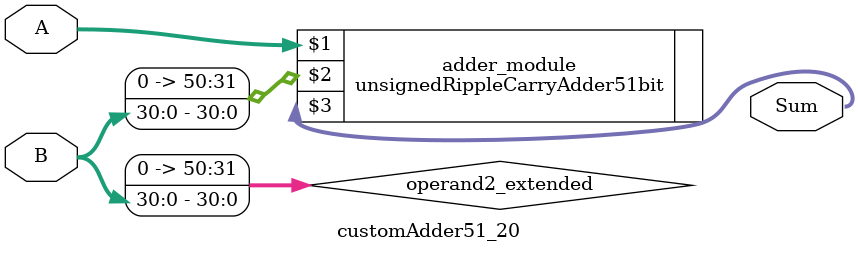
<source format=v>
module customAdder51_20(
                        input [50 : 0] A,
                        input [30 : 0] B,
                        
                        output [51 : 0] Sum
                );

        wire [50 : 0] operand2_extended;
        
        assign operand2_extended =  {20'b0, B};
        
        unsignedRippleCarryAdder51bit adder_module(
            A,
            operand2_extended,
            Sum
        );
        
        endmodule
        
</source>
